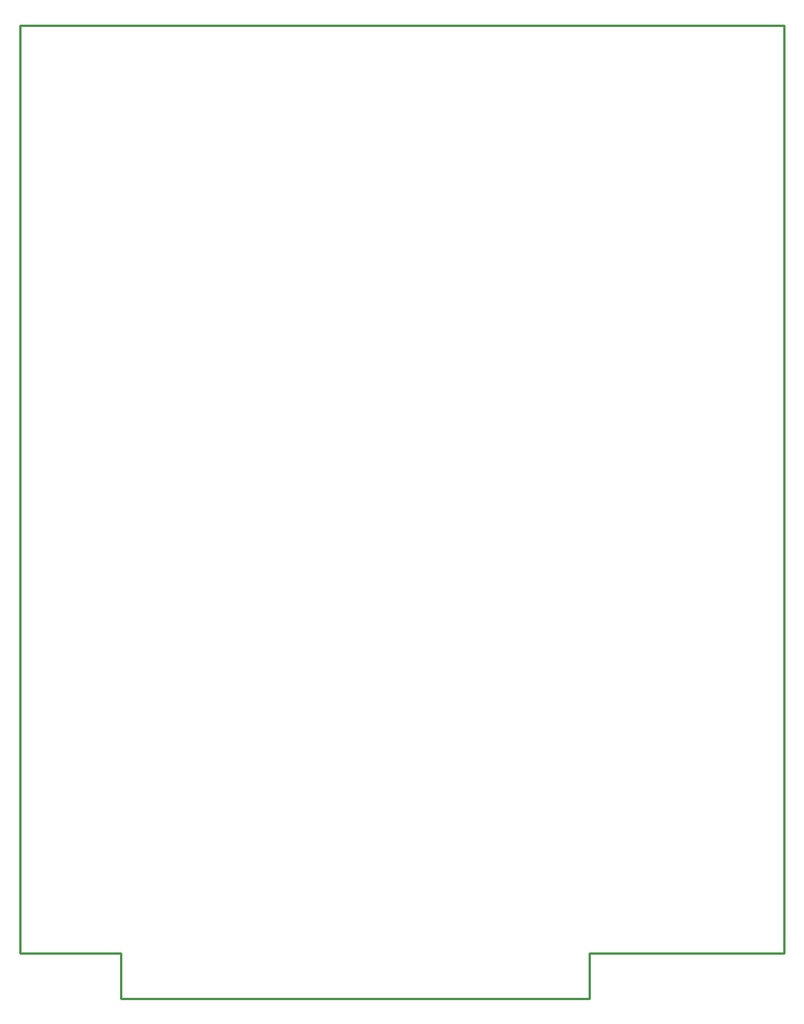
<source format=gm1>
%FSLAX25Y25*%
%MOIN*%
G70*
G01*
G75*
G04 Layer_Color=16711935*
%ADD10R,0.03000X0.20000*%
%ADD11C,0.02000*%
%ADD12C,0.12992*%
%ADD13C,0.07087*%
%ADD14C,0.06000*%
%ADD15R,0.05906X0.05906*%
%ADD16C,0.05906*%
%ADD17C,0.12598*%
%ADD18R,0.05000X0.06000*%
%ADD19C,0.01000*%
D19*
X246500Y19685D02*
X330709D01*
X246500Y0D02*
Y19685D01*
X43500Y0D02*
X246500D01*
X0Y421260D02*
X330709D01*
X43500Y0D02*
Y19685D01*
X0D02*
X43500D01*
X330709D02*
Y421260D01*
X0Y19685D02*
Y421260D01*
M02*

</source>
